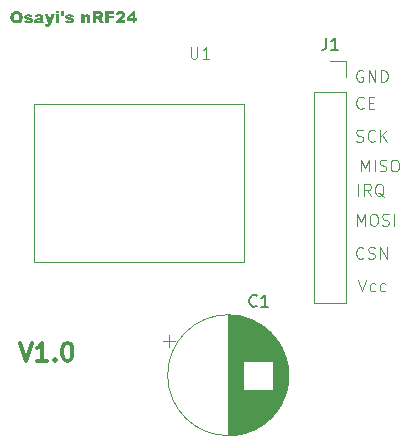
<source format=gto>
%TF.GenerationSoftware,KiCad,Pcbnew,9.0.0-rc1*%
%TF.CreationDate,2025-03-07T01:01:46+01:00*%
%TF.ProjectId,nRF24-breakout,6e524632-342d-4627-9265-616b6f75742e,rev?*%
%TF.SameCoordinates,Original*%
%TF.FileFunction,Legend,Top*%
%TF.FilePolarity,Positive*%
%FSLAX46Y46*%
G04 Gerber Fmt 4.6, Leading zero omitted, Abs format (unit mm)*
G04 Created by KiCad (PCBNEW 9.0.0-rc1) date 2025-03-07 01:01:46*
%MOMM*%
%LPD*%
G01*
G04 APERTURE LIST*
%ADD10C,0.100000*%
%ADD11C,0.300000*%
%ADD12C,0.125000*%
%ADD13C,0.150000*%
%ADD14C,0.120000*%
G04 APERTURE END LIST*
D10*
G36*
X100882335Y-64220067D02*
G01*
X100969797Y-64237367D01*
X101045104Y-64264684D01*
X101110022Y-64301439D01*
X101165919Y-64347672D01*
X101213037Y-64403210D01*
X101250256Y-64467033D01*
X101277749Y-64540360D01*
X101295069Y-64624801D01*
X101301168Y-64722280D01*
X101296965Y-64811106D01*
X101285125Y-64887459D01*
X101266604Y-64952984D01*
X101242062Y-65009143D01*
X101209134Y-65062155D01*
X101169957Y-65108539D01*
X101124202Y-65148840D01*
X101071275Y-65183349D01*
X101014907Y-65209502D01*
X100950550Y-65228985D01*
X100877004Y-65241298D01*
X100792899Y-65245631D01*
X100680800Y-65238962D01*
X100588425Y-65220472D01*
X100512508Y-65191898D01*
X100460232Y-65161504D01*
X100413042Y-65123436D01*
X100370522Y-65077132D01*
X100332501Y-65021721D01*
X100303471Y-64962775D01*
X100281903Y-64895478D01*
X100268291Y-64818537D01*
X100263609Y-64732416D01*
X100572958Y-64732416D01*
X100577369Y-64810160D01*
X100589218Y-64869946D01*
X100606858Y-64915304D01*
X100629317Y-64949181D01*
X100659701Y-64977755D01*
X100694710Y-64998103D01*
X100735262Y-65010664D01*
X100782702Y-65015066D01*
X100831701Y-65010666D01*
X100872823Y-64998221D01*
X100907590Y-64978269D01*
X100937063Y-64950525D01*
X100958277Y-64917542D01*
X100975423Y-64870769D01*
X100987233Y-64806150D01*
X100991713Y-64718860D01*
X100987353Y-64646867D01*
X100975535Y-64590515D01*
X100957713Y-64546823D01*
X100934682Y-64513330D01*
X100904044Y-64485238D01*
X100868730Y-64465177D01*
X100827811Y-64452772D01*
X100779954Y-64448422D01*
X100734357Y-64452762D01*
X100694845Y-64465228D01*
X100660206Y-64485580D01*
X100629623Y-64514368D01*
X100607072Y-64548228D01*
X100589336Y-64593741D01*
X100577406Y-64653929D01*
X100572958Y-64732416D01*
X100263609Y-64732416D01*
X100263503Y-64730462D01*
X100269662Y-64631585D01*
X100287155Y-64545876D01*
X100314925Y-64471401D01*
X100352517Y-64406537D01*
X100400095Y-64350054D01*
X100456774Y-64302631D01*
X100521765Y-64265168D01*
X100596286Y-64237500D01*
X100681937Y-64220080D01*
X100780626Y-64213949D01*
X100882335Y-64220067D01*
G37*
G36*
X101400392Y-65030697D02*
G01*
X101676325Y-65003342D01*
X101697835Y-65046210D01*
X101724136Y-65072463D01*
X101758320Y-65087591D01*
X101806140Y-65093224D01*
X101857879Y-65086702D01*
X101892847Y-65069471D01*
X101910987Y-65049229D01*
X101916782Y-65025324D01*
X101913428Y-65007216D01*
X101903423Y-64992079D01*
X101885397Y-64979101D01*
X101853540Y-64968502D01*
X101765840Y-64950586D01*
X101632414Y-64923811D01*
X101564645Y-64903935D01*
X101529290Y-64886420D01*
X101497781Y-64862363D01*
X101469696Y-64831151D01*
X101448255Y-64795400D01*
X101435458Y-64756772D01*
X101431106Y-64714342D01*
X101435890Y-64667984D01*
X101449771Y-64627170D01*
X101472749Y-64590694D01*
X101503268Y-64559624D01*
X101541138Y-64533778D01*
X101587543Y-64513147D01*
X101637030Y-64499836D01*
X101701330Y-64490843D01*
X101783609Y-64487501D01*
X101904881Y-64493429D01*
X101975218Y-64507468D01*
X102032559Y-64533311D01*
X102078349Y-64569384D01*
X102115027Y-64616827D01*
X102147042Y-64682896D01*
X101883321Y-64706343D01*
X101869211Y-64676622D01*
X101849188Y-64657067D01*
X101813857Y-64641504D01*
X101769931Y-64636001D01*
X101726704Y-64640802D01*
X101701238Y-64652670D01*
X101684931Y-64671435D01*
X101679745Y-64693093D01*
X101686315Y-64715958D01*
X101707100Y-64733148D01*
X101742573Y-64744378D01*
X101825924Y-64757634D01*
X101955315Y-64778173D01*
X102032187Y-64801170D01*
X102074830Y-64823098D01*
X102108941Y-64849610D01*
X102135685Y-64880793D01*
X102155727Y-64916631D01*
X102167594Y-64954282D01*
X102171589Y-64994488D01*
X102167513Y-65035167D01*
X102155111Y-65075545D01*
X102133670Y-65116304D01*
X102104799Y-65151860D01*
X102065599Y-65183286D01*
X102014113Y-65210582D01*
X101958498Y-65228787D01*
X101885707Y-65241062D01*
X101791791Y-65245631D01*
X101687740Y-65241083D01*
X101609074Y-65229008D01*
X101550817Y-65211402D01*
X101508653Y-65189699D01*
X101470250Y-65158774D01*
X101439736Y-65122439D01*
X101416477Y-65080084D01*
X101400392Y-65030697D01*
G37*
G36*
X102786025Y-64491461D02*
G01*
X102867925Y-64501545D01*
X102916808Y-64514661D01*
X102958588Y-64534187D01*
X102994321Y-64559980D01*
X103025213Y-64595816D01*
X103050314Y-64647175D01*
X103065899Y-64703318D01*
X103070830Y-64754825D01*
X103070830Y-65075455D01*
X103072683Y-65123976D01*
X103077302Y-65155811D01*
X103086726Y-65186404D01*
X103105696Y-65230000D01*
X102844722Y-65230000D01*
X102824206Y-65186463D01*
X102814680Y-65139446D01*
X102758354Y-65186247D01*
X102706053Y-65215284D01*
X102655998Y-65231699D01*
X102599195Y-65242014D01*
X102534595Y-65245631D01*
X102469069Y-65241254D01*
X102415766Y-65229151D01*
X102372513Y-65210440D01*
X102337552Y-65185608D01*
X102307712Y-65153284D01*
X102286979Y-65118299D01*
X102274523Y-65080015D01*
X102270263Y-65037475D01*
X102272567Y-65015982D01*
X102548944Y-65015982D01*
X102554743Y-65045507D01*
X102571842Y-65068799D01*
X102598495Y-65083677D01*
X102639131Y-65089316D01*
X102684056Y-65083751D01*
X102725532Y-65067151D01*
X102760568Y-65041671D01*
X102782257Y-65012990D01*
X102794416Y-64978081D01*
X102798988Y-64929825D01*
X102798988Y-64886106D01*
X102679431Y-64921765D01*
X102603366Y-64946729D01*
X102572147Y-64965484D01*
X102554553Y-64989643D01*
X102548944Y-65015982D01*
X102272567Y-65015982D01*
X102275961Y-64984318D01*
X102292206Y-64939664D01*
X102318745Y-64901676D01*
X102354976Y-64872380D01*
X102412178Y-64845556D01*
X102497714Y-64822541D01*
X102700619Y-64778517D01*
X102798988Y-64745422D01*
X102792855Y-64698429D01*
X102777800Y-64672515D01*
X102751478Y-64657708D01*
X102703367Y-64651632D01*
X102640067Y-64657884D01*
X102600907Y-64673492D01*
X102578108Y-64696136D01*
X102557859Y-64737606D01*
X102292123Y-64710251D01*
X102311549Y-64645504D01*
X102335476Y-64600952D01*
X102368968Y-64564670D01*
X102417114Y-64531770D01*
X102459510Y-64514002D01*
X102522322Y-64499103D01*
X102590713Y-64490505D01*
X102667158Y-64487501D01*
X102786025Y-64491461D01*
G37*
G36*
X103156803Y-64503133D02*
G01*
X103450566Y-64503133D01*
X103600165Y-64987039D01*
X103738834Y-64503133D01*
X104012752Y-64503133D01*
X103725157Y-65280985D01*
X103687866Y-65369041D01*
X103654471Y-65426378D01*
X103624712Y-65461053D01*
X103587100Y-65488076D01*
X103539401Y-65508645D01*
X103479336Y-65522092D01*
X103404099Y-65526999D01*
X103335867Y-65523679D01*
X103218292Y-65510940D01*
X103196432Y-65319148D01*
X103258726Y-65334160D01*
X103330338Y-65339420D01*
X103376040Y-65333106D01*
X103409900Y-65315668D01*
X103436212Y-65285431D01*
X103461496Y-65230671D01*
X103156803Y-64503133D01*
G37*
G36*
X104102512Y-64229581D02*
G01*
X104380521Y-64229581D01*
X104380521Y-64417159D01*
X104102512Y-64417159D01*
X104102512Y-64229581D01*
G37*
G36*
X104102512Y-64503133D02*
G01*
X104380521Y-64503133D01*
X104380521Y-65230000D01*
X104102512Y-65230000D01*
X104102512Y-64503133D01*
G37*
G36*
X104532318Y-64229581D02*
G01*
X104809656Y-64229581D01*
X104809656Y-64394506D01*
X104765936Y-64596922D01*
X104577381Y-64596922D01*
X104532318Y-64394506D01*
X104532318Y-64229581D01*
G37*
G36*
X104897950Y-65030697D02*
G01*
X105173883Y-65003342D01*
X105195393Y-65046210D01*
X105221693Y-65072463D01*
X105255878Y-65087591D01*
X105303698Y-65093224D01*
X105355437Y-65086702D01*
X105390404Y-65069471D01*
X105408545Y-65049229D01*
X105414340Y-65025324D01*
X105410985Y-65007216D01*
X105400981Y-64992079D01*
X105382955Y-64979101D01*
X105351098Y-64968502D01*
X105263398Y-64950586D01*
X105129971Y-64923811D01*
X105062203Y-64903935D01*
X105026848Y-64886420D01*
X104995339Y-64862363D01*
X104967254Y-64831151D01*
X104945813Y-64795400D01*
X104933016Y-64756772D01*
X104928663Y-64714342D01*
X104933448Y-64667984D01*
X104947328Y-64627170D01*
X104970307Y-64590694D01*
X105000826Y-64559624D01*
X105038696Y-64533778D01*
X105085101Y-64513147D01*
X105134587Y-64499836D01*
X105198888Y-64490843D01*
X105281167Y-64487501D01*
X105402439Y-64493429D01*
X105472775Y-64507468D01*
X105530117Y-64533311D01*
X105575907Y-64569384D01*
X105612585Y-64616827D01*
X105644600Y-64682896D01*
X105380879Y-64706343D01*
X105366768Y-64676622D01*
X105346746Y-64657067D01*
X105311414Y-64641504D01*
X105267489Y-64636001D01*
X105224262Y-64640802D01*
X105198796Y-64652670D01*
X105182489Y-64671435D01*
X105177302Y-64693093D01*
X105183872Y-64715958D01*
X105204658Y-64733148D01*
X105240131Y-64744378D01*
X105323482Y-64757634D01*
X105452872Y-64778173D01*
X105529745Y-64801170D01*
X105572388Y-64823098D01*
X105606499Y-64849610D01*
X105633243Y-64880793D01*
X105653284Y-64916631D01*
X105665151Y-64954282D01*
X105669146Y-64994488D01*
X105665070Y-65035167D01*
X105652669Y-65075545D01*
X105631228Y-65116304D01*
X105602356Y-65151860D01*
X105563156Y-65183286D01*
X105511671Y-65210582D01*
X105456056Y-65228787D01*
X105383265Y-65241062D01*
X105289349Y-65245631D01*
X105185297Y-65241083D01*
X105106632Y-65229008D01*
X105048375Y-65211402D01*
X105006210Y-65189699D01*
X104967808Y-65158774D01*
X104937294Y-65122439D01*
X104914035Y-65080084D01*
X104897950Y-65030697D01*
G37*
G36*
X106267969Y-64503133D02*
G01*
X106526866Y-64503133D01*
X106526866Y-64622323D01*
X106568003Y-64576295D01*
X106607045Y-64542373D01*
X106644347Y-64518642D01*
X106685129Y-64501879D01*
X106732958Y-64491265D01*
X106789183Y-64487501D01*
X106846292Y-64492230D01*
X106894415Y-64505591D01*
X106935200Y-64526901D01*
X106969862Y-64556256D01*
X106996616Y-64592126D01*
X107016963Y-64637855D01*
X107030272Y-64695709D01*
X107035136Y-64768503D01*
X107035136Y-65230000D01*
X106755722Y-65230000D01*
X106755722Y-64831273D01*
X106752259Y-64786212D01*
X106743338Y-64755274D01*
X106730443Y-64734675D01*
X106711866Y-64719265D01*
X106688641Y-64709745D01*
X106659368Y-64706343D01*
X106627460Y-64710685D01*
X106600543Y-64723269D01*
X106577363Y-64744567D01*
X106561649Y-64772231D01*
X106550424Y-64815893D01*
X106545978Y-64881831D01*
X106545978Y-65230000D01*
X106267969Y-65230000D01*
X106267969Y-64503133D01*
G37*
G36*
X107835671Y-64232903D02*
G01*
X107907085Y-64241629D01*
X107958557Y-64254127D01*
X108005884Y-64275182D01*
X108046337Y-64305288D01*
X108080800Y-64345230D01*
X108106115Y-64391568D01*
X108121779Y-64445035D01*
X108127267Y-64507285D01*
X108123067Y-64561813D01*
X108111058Y-64609286D01*
X108091730Y-64650900D01*
X108065228Y-64688453D01*
X108032862Y-64720966D01*
X107994094Y-64748780D01*
X107950161Y-64769488D01*
X107885467Y-64788347D01*
X107936497Y-64808415D01*
X107966067Y-64825472D01*
X107984255Y-64841970D01*
X108015587Y-64878351D01*
X108059002Y-64940877D01*
X108208600Y-65230000D01*
X107858845Y-65230000D01*
X107693492Y-64923963D01*
X107660891Y-64871039D01*
X107637500Y-64846782D01*
X107601998Y-64829438D01*
X107561662Y-64823579D01*
X107534368Y-64823579D01*
X107534368Y-65230000D01*
X107223508Y-65230000D01*
X107223508Y-64636001D01*
X107534368Y-64636001D01*
X107664855Y-64636001D01*
X107746798Y-64622384D01*
X107774649Y-64611488D01*
X107796990Y-64590999D01*
X107811566Y-64564001D01*
X107816468Y-64533053D01*
X107812771Y-64502191D01*
X107802441Y-64477941D01*
X107785694Y-64458742D01*
X107763306Y-64445859D01*
X107726796Y-64436528D01*
X107670289Y-64432791D01*
X107534368Y-64432791D01*
X107534368Y-64636001D01*
X107223508Y-64636001D01*
X107223508Y-64229581D01*
X107739288Y-64229581D01*
X107835671Y-64232903D01*
G37*
G36*
X108309167Y-64229581D02*
G01*
X109074258Y-64229581D01*
X109074258Y-64444515D01*
X108619966Y-64444515D01*
X108619966Y-64616461D01*
X109007946Y-64616461D01*
X109007946Y-64819672D01*
X108619966Y-64819672D01*
X108619966Y-65230000D01*
X108309167Y-65230000D01*
X108309167Y-64229581D01*
G37*
G36*
X110009952Y-65230000D02*
G01*
X109175191Y-65230000D01*
X109191099Y-65149907D01*
X109219896Y-65072849D01*
X109262264Y-64997969D01*
X109316579Y-64930125D01*
X109404186Y-64845877D01*
X109535205Y-64741758D01*
X109644589Y-64654129D01*
X109691643Y-64604494D01*
X109717940Y-64556951D01*
X109725776Y-64515528D01*
X109722004Y-64486592D01*
X109710899Y-64460967D01*
X109691948Y-64437737D01*
X109667731Y-64419938D01*
X109639745Y-64409177D01*
X109606891Y-64405436D01*
X109572786Y-64409360D01*
X109544175Y-64420586D01*
X109519818Y-64439080D01*
X109501533Y-64463879D01*
X109486005Y-64501940D01*
X109474389Y-64557843D01*
X109195708Y-64535190D01*
X109210923Y-64457317D01*
X109231303Y-64396961D01*
X109255792Y-64350908D01*
X109288462Y-64310636D01*
X109329191Y-64276864D01*
X109379073Y-64249303D01*
X109433456Y-64230993D01*
X109505483Y-64218587D01*
X109599380Y-64213949D01*
X109697669Y-64218374D01*
X109772291Y-64230142D01*
X109827869Y-64247349D01*
X109878986Y-64273966D01*
X109921451Y-64308036D01*
X109956280Y-64349993D01*
X109982269Y-64397902D01*
X109997828Y-64449250D01*
X110003114Y-64505087D01*
X109997279Y-64564471D01*
X109979674Y-64622338D01*
X109949502Y-64679659D01*
X109909272Y-64731175D01*
X109846372Y-64791420D01*
X109754474Y-64861987D01*
X109642062Y-64942892D01*
X109575505Y-65003342D01*
X110009952Y-65003342D01*
X110009952Y-65230000D01*
G37*
G36*
X110849415Y-64827487D02*
G01*
X110975078Y-64827487D01*
X110975078Y-65042421D01*
X110849415Y-65042421D01*
X110849415Y-65230000D01*
X110606882Y-65230000D01*
X110606882Y-65042421D01*
X110100017Y-65042421D01*
X110100017Y-64827487D01*
X110339131Y-64827487D01*
X110606882Y-64827487D01*
X110606882Y-64510460D01*
X110339131Y-64827487D01*
X110100017Y-64827487D01*
X110100017Y-64814359D01*
X110606882Y-64213949D01*
X110849415Y-64213949D01*
X110849415Y-64827487D01*
G37*
D11*
X101090225Y-92300828D02*
X101590225Y-93800828D01*
X101590225Y-93800828D02*
X102090225Y-92300828D01*
X103375939Y-93800828D02*
X102518796Y-93800828D01*
X102947367Y-93800828D02*
X102947367Y-92300828D01*
X102947367Y-92300828D02*
X102804510Y-92515114D01*
X102804510Y-92515114D02*
X102661653Y-92657971D01*
X102661653Y-92657971D02*
X102518796Y-92729400D01*
X104018795Y-93657971D02*
X104090224Y-93729400D01*
X104090224Y-93729400D02*
X104018795Y-93800828D01*
X104018795Y-93800828D02*
X103947367Y-93729400D01*
X103947367Y-93729400D02*
X104018795Y-93657971D01*
X104018795Y-93657971D02*
X104018795Y-93800828D01*
X105018796Y-92300828D02*
X105161653Y-92300828D01*
X105161653Y-92300828D02*
X105304510Y-92372257D01*
X105304510Y-92372257D02*
X105375939Y-92443685D01*
X105375939Y-92443685D02*
X105447367Y-92586542D01*
X105447367Y-92586542D02*
X105518796Y-92872257D01*
X105518796Y-92872257D02*
X105518796Y-93229400D01*
X105518796Y-93229400D02*
X105447367Y-93515114D01*
X105447367Y-93515114D02*
X105375939Y-93657971D01*
X105375939Y-93657971D02*
X105304510Y-93729400D01*
X105304510Y-93729400D02*
X105161653Y-93800828D01*
X105161653Y-93800828D02*
X105018796Y-93800828D01*
X105018796Y-93800828D02*
X104875939Y-93729400D01*
X104875939Y-93729400D02*
X104804510Y-93657971D01*
X104804510Y-93657971D02*
X104733081Y-93515114D01*
X104733081Y-93515114D02*
X104661653Y-93229400D01*
X104661653Y-93229400D02*
X104661653Y-92872257D01*
X104661653Y-92872257D02*
X104733081Y-92586542D01*
X104733081Y-92586542D02*
X104804510Y-92443685D01*
X104804510Y-92443685D02*
X104875939Y-92372257D01*
X104875939Y-92372257D02*
X105018796Y-92300828D01*
D12*
X129560712Y-75229500D02*
X129703569Y-75277119D01*
X129703569Y-75277119D02*
X129941664Y-75277119D01*
X129941664Y-75277119D02*
X130036902Y-75229500D01*
X130036902Y-75229500D02*
X130084521Y-75181880D01*
X130084521Y-75181880D02*
X130132140Y-75086642D01*
X130132140Y-75086642D02*
X130132140Y-74991404D01*
X130132140Y-74991404D02*
X130084521Y-74896166D01*
X130084521Y-74896166D02*
X130036902Y-74848547D01*
X130036902Y-74848547D02*
X129941664Y-74800928D01*
X129941664Y-74800928D02*
X129751188Y-74753309D01*
X129751188Y-74753309D02*
X129655950Y-74705690D01*
X129655950Y-74705690D02*
X129608331Y-74658071D01*
X129608331Y-74658071D02*
X129560712Y-74562833D01*
X129560712Y-74562833D02*
X129560712Y-74467595D01*
X129560712Y-74467595D02*
X129608331Y-74372357D01*
X129608331Y-74372357D02*
X129655950Y-74324738D01*
X129655950Y-74324738D02*
X129751188Y-74277119D01*
X129751188Y-74277119D02*
X129989283Y-74277119D01*
X129989283Y-74277119D02*
X130132140Y-74324738D01*
X131132140Y-75181880D02*
X131084521Y-75229500D01*
X131084521Y-75229500D02*
X130941664Y-75277119D01*
X130941664Y-75277119D02*
X130846426Y-75277119D01*
X130846426Y-75277119D02*
X130703569Y-75229500D01*
X130703569Y-75229500D02*
X130608331Y-75134261D01*
X130608331Y-75134261D02*
X130560712Y-75039023D01*
X130560712Y-75039023D02*
X130513093Y-74848547D01*
X130513093Y-74848547D02*
X130513093Y-74705690D01*
X130513093Y-74705690D02*
X130560712Y-74515214D01*
X130560712Y-74515214D02*
X130608331Y-74419976D01*
X130608331Y-74419976D02*
X130703569Y-74324738D01*
X130703569Y-74324738D02*
X130846426Y-74277119D01*
X130846426Y-74277119D02*
X130941664Y-74277119D01*
X130941664Y-74277119D02*
X131084521Y-74324738D01*
X131084521Y-74324738D02*
X131132140Y-74372357D01*
X131560712Y-75277119D02*
X131560712Y-74277119D01*
X132132140Y-75277119D02*
X131703569Y-74705690D01*
X132132140Y-74277119D02*
X131560712Y-74848547D01*
X129960331Y-77791119D02*
X129960331Y-76791119D01*
X129960331Y-76791119D02*
X130293664Y-77505404D01*
X130293664Y-77505404D02*
X130626997Y-76791119D01*
X130626997Y-76791119D02*
X130626997Y-77791119D01*
X131103188Y-77791119D02*
X131103188Y-76791119D01*
X131531759Y-77743500D02*
X131674616Y-77791119D01*
X131674616Y-77791119D02*
X131912711Y-77791119D01*
X131912711Y-77791119D02*
X132007949Y-77743500D01*
X132007949Y-77743500D02*
X132055568Y-77695880D01*
X132055568Y-77695880D02*
X132103187Y-77600642D01*
X132103187Y-77600642D02*
X132103187Y-77505404D01*
X132103187Y-77505404D02*
X132055568Y-77410166D01*
X132055568Y-77410166D02*
X132007949Y-77362547D01*
X132007949Y-77362547D02*
X131912711Y-77314928D01*
X131912711Y-77314928D02*
X131722235Y-77267309D01*
X131722235Y-77267309D02*
X131626997Y-77219690D01*
X131626997Y-77219690D02*
X131579378Y-77172071D01*
X131579378Y-77172071D02*
X131531759Y-77076833D01*
X131531759Y-77076833D02*
X131531759Y-76981595D01*
X131531759Y-76981595D02*
X131579378Y-76886357D01*
X131579378Y-76886357D02*
X131626997Y-76838738D01*
X131626997Y-76838738D02*
X131722235Y-76791119D01*
X131722235Y-76791119D02*
X131960330Y-76791119D01*
X131960330Y-76791119D02*
X132103187Y-76838738D01*
X132722235Y-76791119D02*
X132912711Y-76791119D01*
X132912711Y-76791119D02*
X133007949Y-76838738D01*
X133007949Y-76838738D02*
X133103187Y-76933976D01*
X133103187Y-76933976D02*
X133150806Y-77124452D01*
X133150806Y-77124452D02*
X133150806Y-77457785D01*
X133150806Y-77457785D02*
X133103187Y-77648261D01*
X133103187Y-77648261D02*
X133007949Y-77743500D01*
X133007949Y-77743500D02*
X132912711Y-77791119D01*
X132912711Y-77791119D02*
X132722235Y-77791119D01*
X132722235Y-77791119D02*
X132626997Y-77743500D01*
X132626997Y-77743500D02*
X132531759Y-77648261D01*
X132531759Y-77648261D02*
X132484140Y-77457785D01*
X132484140Y-77457785D02*
X132484140Y-77124452D01*
X132484140Y-77124452D02*
X132531759Y-76933976D01*
X132531759Y-76933976D02*
X132626997Y-76838738D01*
X132626997Y-76838738D02*
X132722235Y-76791119D01*
D10*
X130163312Y-85089180D02*
X130115693Y-85136800D01*
X130115693Y-85136800D02*
X129972836Y-85184419D01*
X129972836Y-85184419D02*
X129877598Y-85184419D01*
X129877598Y-85184419D02*
X129734741Y-85136800D01*
X129734741Y-85136800D02*
X129639503Y-85041561D01*
X129639503Y-85041561D02*
X129591884Y-84946323D01*
X129591884Y-84946323D02*
X129544265Y-84755847D01*
X129544265Y-84755847D02*
X129544265Y-84612990D01*
X129544265Y-84612990D02*
X129591884Y-84422514D01*
X129591884Y-84422514D02*
X129639503Y-84327276D01*
X129639503Y-84327276D02*
X129734741Y-84232038D01*
X129734741Y-84232038D02*
X129877598Y-84184419D01*
X129877598Y-84184419D02*
X129972836Y-84184419D01*
X129972836Y-84184419D02*
X130115693Y-84232038D01*
X130115693Y-84232038D02*
X130163312Y-84279657D01*
X130544265Y-85136800D02*
X130687122Y-85184419D01*
X130687122Y-85184419D02*
X130925217Y-85184419D01*
X130925217Y-85184419D02*
X131020455Y-85136800D01*
X131020455Y-85136800D02*
X131068074Y-85089180D01*
X131068074Y-85089180D02*
X131115693Y-84993942D01*
X131115693Y-84993942D02*
X131115693Y-84898704D01*
X131115693Y-84898704D02*
X131068074Y-84803466D01*
X131068074Y-84803466D02*
X131020455Y-84755847D01*
X131020455Y-84755847D02*
X130925217Y-84708228D01*
X130925217Y-84708228D02*
X130734741Y-84660609D01*
X130734741Y-84660609D02*
X130639503Y-84612990D01*
X130639503Y-84612990D02*
X130591884Y-84565371D01*
X130591884Y-84565371D02*
X130544265Y-84470133D01*
X130544265Y-84470133D02*
X130544265Y-84374895D01*
X130544265Y-84374895D02*
X130591884Y-84279657D01*
X130591884Y-84279657D02*
X130639503Y-84232038D01*
X130639503Y-84232038D02*
X130734741Y-84184419D01*
X130734741Y-84184419D02*
X130972836Y-84184419D01*
X130972836Y-84184419D02*
X131115693Y-84232038D01*
X131544265Y-85184419D02*
X131544265Y-84184419D01*
X131544265Y-84184419D02*
X132115693Y-85184419D01*
X132115693Y-85184419D02*
X132115693Y-84184419D01*
D12*
X130179759Y-72387880D02*
X130132140Y-72435500D01*
X130132140Y-72435500D02*
X129989283Y-72483119D01*
X129989283Y-72483119D02*
X129894045Y-72483119D01*
X129894045Y-72483119D02*
X129751188Y-72435500D01*
X129751188Y-72435500D02*
X129655950Y-72340261D01*
X129655950Y-72340261D02*
X129608331Y-72245023D01*
X129608331Y-72245023D02*
X129560712Y-72054547D01*
X129560712Y-72054547D02*
X129560712Y-71911690D01*
X129560712Y-71911690D02*
X129608331Y-71721214D01*
X129608331Y-71721214D02*
X129655950Y-71625976D01*
X129655950Y-71625976D02*
X129751188Y-71530738D01*
X129751188Y-71530738D02*
X129894045Y-71483119D01*
X129894045Y-71483119D02*
X129989283Y-71483119D01*
X129989283Y-71483119D02*
X130132140Y-71530738D01*
X130132140Y-71530738D02*
X130179759Y-71578357D01*
X130608331Y-71959309D02*
X130941664Y-71959309D01*
X131084521Y-72483119D02*
X130608331Y-72483119D01*
X130608331Y-72483119D02*
X130608331Y-71483119D01*
X130608331Y-71483119D02*
X131084521Y-71483119D01*
X129608331Y-82389119D02*
X129608331Y-81389119D01*
X129608331Y-81389119D02*
X129941664Y-82103404D01*
X129941664Y-82103404D02*
X130274997Y-81389119D01*
X130274997Y-81389119D02*
X130274997Y-82389119D01*
X130941664Y-81389119D02*
X131132140Y-81389119D01*
X131132140Y-81389119D02*
X131227378Y-81436738D01*
X131227378Y-81436738D02*
X131322616Y-81531976D01*
X131322616Y-81531976D02*
X131370235Y-81722452D01*
X131370235Y-81722452D02*
X131370235Y-82055785D01*
X131370235Y-82055785D02*
X131322616Y-82246261D01*
X131322616Y-82246261D02*
X131227378Y-82341500D01*
X131227378Y-82341500D02*
X131132140Y-82389119D01*
X131132140Y-82389119D02*
X130941664Y-82389119D01*
X130941664Y-82389119D02*
X130846426Y-82341500D01*
X130846426Y-82341500D02*
X130751188Y-82246261D01*
X130751188Y-82246261D02*
X130703569Y-82055785D01*
X130703569Y-82055785D02*
X130703569Y-81722452D01*
X130703569Y-81722452D02*
X130751188Y-81531976D01*
X130751188Y-81531976D02*
X130846426Y-81436738D01*
X130846426Y-81436738D02*
X130941664Y-81389119D01*
X131751188Y-82341500D02*
X131894045Y-82389119D01*
X131894045Y-82389119D02*
X132132140Y-82389119D01*
X132132140Y-82389119D02*
X132227378Y-82341500D01*
X132227378Y-82341500D02*
X132274997Y-82293880D01*
X132274997Y-82293880D02*
X132322616Y-82198642D01*
X132322616Y-82198642D02*
X132322616Y-82103404D01*
X132322616Y-82103404D02*
X132274997Y-82008166D01*
X132274997Y-82008166D02*
X132227378Y-81960547D01*
X132227378Y-81960547D02*
X132132140Y-81912928D01*
X132132140Y-81912928D02*
X131941664Y-81865309D01*
X131941664Y-81865309D02*
X131846426Y-81817690D01*
X131846426Y-81817690D02*
X131798807Y-81770071D01*
X131798807Y-81770071D02*
X131751188Y-81674833D01*
X131751188Y-81674833D02*
X131751188Y-81579595D01*
X131751188Y-81579595D02*
X131798807Y-81484357D01*
X131798807Y-81484357D02*
X131846426Y-81436738D01*
X131846426Y-81436738D02*
X131941664Y-81389119D01*
X131941664Y-81389119D02*
X132179759Y-81389119D01*
X132179759Y-81389119D02*
X132322616Y-81436738D01*
X132751188Y-82389119D02*
X132751188Y-81389119D01*
X129735331Y-79849119D02*
X129735331Y-78849119D01*
X130782949Y-79849119D02*
X130449616Y-79372928D01*
X130211521Y-79849119D02*
X130211521Y-78849119D01*
X130211521Y-78849119D02*
X130592473Y-78849119D01*
X130592473Y-78849119D02*
X130687711Y-78896738D01*
X130687711Y-78896738D02*
X130735330Y-78944357D01*
X130735330Y-78944357D02*
X130782949Y-79039595D01*
X130782949Y-79039595D02*
X130782949Y-79182452D01*
X130782949Y-79182452D02*
X130735330Y-79277690D01*
X130735330Y-79277690D02*
X130687711Y-79325309D01*
X130687711Y-79325309D02*
X130592473Y-79372928D01*
X130592473Y-79372928D02*
X130211521Y-79372928D01*
X131878187Y-79944357D02*
X131782949Y-79896738D01*
X131782949Y-79896738D02*
X131687711Y-79801500D01*
X131687711Y-79801500D02*
X131544854Y-79658642D01*
X131544854Y-79658642D02*
X131449616Y-79611023D01*
X131449616Y-79611023D02*
X131354378Y-79611023D01*
X131401997Y-79849119D02*
X131306759Y-79801500D01*
X131306759Y-79801500D02*
X131211521Y-79706261D01*
X131211521Y-79706261D02*
X131163902Y-79515785D01*
X131163902Y-79515785D02*
X131163902Y-79182452D01*
X131163902Y-79182452D02*
X131211521Y-78991976D01*
X131211521Y-78991976D02*
X131306759Y-78896738D01*
X131306759Y-78896738D02*
X131401997Y-78849119D01*
X131401997Y-78849119D02*
X131592473Y-78849119D01*
X131592473Y-78849119D02*
X131687711Y-78896738D01*
X131687711Y-78896738D02*
X131782949Y-78991976D01*
X131782949Y-78991976D02*
X131830568Y-79182452D01*
X131830568Y-79182452D02*
X131830568Y-79515785D01*
X131830568Y-79515785D02*
X131782949Y-79706261D01*
X131782949Y-79706261D02*
X131687711Y-79801500D01*
X131687711Y-79801500D02*
X131592473Y-79849119D01*
X131592473Y-79849119D02*
X131401997Y-79849119D01*
X129727474Y-86941119D02*
X130060807Y-87941119D01*
X130060807Y-87941119D02*
X130394140Y-86941119D01*
X131156045Y-87893500D02*
X131060807Y-87941119D01*
X131060807Y-87941119D02*
X130870331Y-87941119D01*
X130870331Y-87941119D02*
X130775093Y-87893500D01*
X130775093Y-87893500D02*
X130727474Y-87845880D01*
X130727474Y-87845880D02*
X130679855Y-87750642D01*
X130679855Y-87750642D02*
X130679855Y-87464928D01*
X130679855Y-87464928D02*
X130727474Y-87369690D01*
X130727474Y-87369690D02*
X130775093Y-87322071D01*
X130775093Y-87322071D02*
X130870331Y-87274452D01*
X130870331Y-87274452D02*
X131060807Y-87274452D01*
X131060807Y-87274452D02*
X131156045Y-87322071D01*
X132013188Y-87893500D02*
X131917950Y-87941119D01*
X131917950Y-87941119D02*
X131727474Y-87941119D01*
X131727474Y-87941119D02*
X131632236Y-87893500D01*
X131632236Y-87893500D02*
X131584617Y-87845880D01*
X131584617Y-87845880D02*
X131536998Y-87750642D01*
X131536998Y-87750642D02*
X131536998Y-87464928D01*
X131536998Y-87464928D02*
X131584617Y-87369690D01*
X131584617Y-87369690D02*
X131632236Y-87322071D01*
X131632236Y-87322071D02*
X131727474Y-87274452D01*
X131727474Y-87274452D02*
X131917950Y-87274452D01*
X131917950Y-87274452D02*
X132013188Y-87322071D01*
D10*
X130115693Y-69246038D02*
X130020455Y-69198419D01*
X130020455Y-69198419D02*
X129877598Y-69198419D01*
X129877598Y-69198419D02*
X129734741Y-69246038D01*
X129734741Y-69246038D02*
X129639503Y-69341276D01*
X129639503Y-69341276D02*
X129591884Y-69436514D01*
X129591884Y-69436514D02*
X129544265Y-69626990D01*
X129544265Y-69626990D02*
X129544265Y-69769847D01*
X129544265Y-69769847D02*
X129591884Y-69960323D01*
X129591884Y-69960323D02*
X129639503Y-70055561D01*
X129639503Y-70055561D02*
X129734741Y-70150800D01*
X129734741Y-70150800D02*
X129877598Y-70198419D01*
X129877598Y-70198419D02*
X129972836Y-70198419D01*
X129972836Y-70198419D02*
X130115693Y-70150800D01*
X130115693Y-70150800D02*
X130163312Y-70103180D01*
X130163312Y-70103180D02*
X130163312Y-69769847D01*
X130163312Y-69769847D02*
X129972836Y-69769847D01*
X130591884Y-70198419D02*
X130591884Y-69198419D01*
X130591884Y-69198419D02*
X131163312Y-70198419D01*
X131163312Y-70198419D02*
X131163312Y-69198419D01*
X131639503Y-70198419D02*
X131639503Y-69198419D01*
X131639503Y-69198419D02*
X131877598Y-69198419D01*
X131877598Y-69198419D02*
X132020455Y-69246038D01*
X132020455Y-69246038D02*
X132115693Y-69341276D01*
X132115693Y-69341276D02*
X132163312Y-69436514D01*
X132163312Y-69436514D02*
X132210931Y-69626990D01*
X132210931Y-69626990D02*
X132210931Y-69769847D01*
X132210931Y-69769847D02*
X132163312Y-69960323D01*
X132163312Y-69960323D02*
X132115693Y-70055561D01*
X132115693Y-70055561D02*
X132020455Y-70150800D01*
X132020455Y-70150800D02*
X131877598Y-70198419D01*
X131877598Y-70198419D02*
X131639503Y-70198419D01*
D13*
X121125656Y-89149580D02*
X121078037Y-89197200D01*
X121078037Y-89197200D02*
X120935180Y-89244819D01*
X120935180Y-89244819D02*
X120839942Y-89244819D01*
X120839942Y-89244819D02*
X120697085Y-89197200D01*
X120697085Y-89197200D02*
X120601847Y-89101961D01*
X120601847Y-89101961D02*
X120554228Y-89006723D01*
X120554228Y-89006723D02*
X120506609Y-88816247D01*
X120506609Y-88816247D02*
X120506609Y-88673390D01*
X120506609Y-88673390D02*
X120554228Y-88482914D01*
X120554228Y-88482914D02*
X120601847Y-88387676D01*
X120601847Y-88387676D02*
X120697085Y-88292438D01*
X120697085Y-88292438D02*
X120839942Y-88244819D01*
X120839942Y-88244819D02*
X120935180Y-88244819D01*
X120935180Y-88244819D02*
X121078037Y-88292438D01*
X121078037Y-88292438D02*
X121125656Y-88340057D01*
X122078037Y-89244819D02*
X121506609Y-89244819D01*
X121792323Y-89244819D02*
X121792323Y-88244819D01*
X121792323Y-88244819D02*
X121697085Y-88387676D01*
X121697085Y-88387676D02*
X121601847Y-88482914D01*
X121601847Y-88482914D02*
X121506609Y-88530533D01*
X127006666Y-66474819D02*
X127006666Y-67189104D01*
X127006666Y-67189104D02*
X126959047Y-67331961D01*
X126959047Y-67331961D02*
X126863809Y-67427200D01*
X126863809Y-67427200D02*
X126720952Y-67474819D01*
X126720952Y-67474819D02*
X126625714Y-67474819D01*
X128006666Y-67474819D02*
X127435238Y-67474819D01*
X127720952Y-67474819D02*
X127720952Y-66474819D01*
X127720952Y-66474819D02*
X127625714Y-66617676D01*
X127625714Y-66617676D02*
X127530476Y-66712914D01*
X127530476Y-66712914D02*
X127435238Y-66760533D01*
D10*
X115533095Y-67237419D02*
X115533095Y-68046942D01*
X115533095Y-68046942D02*
X115580714Y-68142180D01*
X115580714Y-68142180D02*
X115628333Y-68189800D01*
X115628333Y-68189800D02*
X115723571Y-68237419D01*
X115723571Y-68237419D02*
X115914047Y-68237419D01*
X115914047Y-68237419D02*
X116009285Y-68189800D01*
X116009285Y-68189800D02*
X116056904Y-68142180D01*
X116056904Y-68142180D02*
X116104523Y-68046942D01*
X116104523Y-68046942D02*
X116104523Y-67237419D01*
X117104523Y-68237419D02*
X116533095Y-68237419D01*
X116818809Y-68237419D02*
X116818809Y-67237419D01*
X116818809Y-67237419D02*
X116723571Y-67380276D01*
X116723571Y-67380276D02*
X116628333Y-67475514D01*
X116628333Y-67475514D02*
X116533095Y-67523133D01*
D14*
%TO.C,C1*%
X113222677Y-92165000D02*
X114222677Y-92165000D01*
X113722677Y-91665000D02*
X113722677Y-92665000D01*
X118702323Y-89960000D02*
X118702323Y-100120000D01*
X118742323Y-89960000D02*
X118742323Y-100120000D01*
X118782323Y-89960000D02*
X118782323Y-100120000D01*
X118822323Y-89961000D02*
X118822323Y-100119000D01*
X118862323Y-89962000D02*
X118862323Y-100118000D01*
X118902323Y-89963000D02*
X118902323Y-100117000D01*
X118942323Y-89965000D02*
X118942323Y-100115000D01*
X118982323Y-89967000D02*
X118982323Y-100113000D01*
X119022323Y-89970000D02*
X119022323Y-100110000D01*
X119062323Y-89972000D02*
X119062323Y-100108000D01*
X119102323Y-89975000D02*
X119102323Y-100105000D01*
X119142323Y-89978000D02*
X119142323Y-100102000D01*
X119182323Y-89982000D02*
X119182323Y-100098000D01*
X119222323Y-89986000D02*
X119222323Y-100094000D01*
X119262323Y-89990000D02*
X119262323Y-100090000D01*
X119302323Y-89995000D02*
X119302323Y-100085000D01*
X119342323Y-90000000D02*
X119342323Y-100080000D01*
X119382323Y-90005000D02*
X119382323Y-100075000D01*
X119423323Y-90010000D02*
X119423323Y-100070000D01*
X119463323Y-90016000D02*
X119463323Y-100064000D01*
X119503323Y-90022000D02*
X119503323Y-100058000D01*
X119543323Y-90029000D02*
X119543323Y-100051000D01*
X119583323Y-90036000D02*
X119583323Y-100044000D01*
X119623323Y-90043000D02*
X119623323Y-100037000D01*
X119663323Y-90050000D02*
X119663323Y-100030000D01*
X119703323Y-90058000D02*
X119703323Y-100022000D01*
X119743323Y-90066000D02*
X119743323Y-100014000D01*
X119783323Y-90075000D02*
X119783323Y-100005000D01*
X119823323Y-90084000D02*
X119823323Y-99996000D01*
X119863323Y-90093000D02*
X119863323Y-99987000D01*
X119903323Y-90102000D02*
X119903323Y-99978000D01*
X119943323Y-90112000D02*
X119943323Y-99968000D01*
X119983323Y-90122000D02*
X119983323Y-93799000D01*
X119983323Y-96281000D02*
X119983323Y-99958000D01*
X120023323Y-90133000D02*
X120023323Y-93799000D01*
X120023323Y-96281000D02*
X120023323Y-99947000D01*
X120063323Y-90143000D02*
X120063323Y-93799000D01*
X120063323Y-96281000D02*
X120063323Y-99937000D01*
X120103323Y-90155000D02*
X120103323Y-93799000D01*
X120103323Y-96281000D02*
X120103323Y-99925000D01*
X120143323Y-90166000D02*
X120143323Y-93799000D01*
X120143323Y-96281000D02*
X120143323Y-99914000D01*
X120183323Y-90178000D02*
X120183323Y-93799000D01*
X120183323Y-96281000D02*
X120183323Y-99902000D01*
X120223323Y-90190000D02*
X120223323Y-93799000D01*
X120223323Y-96281000D02*
X120223323Y-99890000D01*
X120263323Y-90203000D02*
X120263323Y-93799000D01*
X120263323Y-96281000D02*
X120263323Y-99877000D01*
X120303323Y-90216000D02*
X120303323Y-93799000D01*
X120303323Y-96281000D02*
X120303323Y-99864000D01*
X120343323Y-90229000D02*
X120343323Y-93799000D01*
X120343323Y-96281000D02*
X120343323Y-99851000D01*
X120383323Y-90243000D02*
X120383323Y-93799000D01*
X120383323Y-96281000D02*
X120383323Y-99837000D01*
X120423323Y-90257000D02*
X120423323Y-93799000D01*
X120423323Y-96281000D02*
X120423323Y-99823000D01*
X120463323Y-90272000D02*
X120463323Y-93799000D01*
X120463323Y-96281000D02*
X120463323Y-99808000D01*
X120503323Y-90286000D02*
X120503323Y-93799000D01*
X120503323Y-96281000D02*
X120503323Y-99794000D01*
X120543323Y-90302000D02*
X120543323Y-93799000D01*
X120543323Y-96281000D02*
X120543323Y-99778000D01*
X120583323Y-90317000D02*
X120583323Y-93799000D01*
X120583323Y-96281000D02*
X120583323Y-99763000D01*
X120623323Y-90333000D02*
X120623323Y-93799000D01*
X120623323Y-96281000D02*
X120623323Y-99747000D01*
X120663323Y-90350000D02*
X120663323Y-93799000D01*
X120663323Y-96281000D02*
X120663323Y-99730000D01*
X120703323Y-90366000D02*
X120703323Y-93799000D01*
X120703323Y-96281000D02*
X120703323Y-99714000D01*
X120743323Y-90383000D02*
X120743323Y-93799000D01*
X120743323Y-96281000D02*
X120743323Y-99697000D01*
X120783323Y-90401000D02*
X120783323Y-93799000D01*
X120783323Y-96281000D02*
X120783323Y-99679000D01*
X120823323Y-90419000D02*
X120823323Y-93799000D01*
X120823323Y-96281000D02*
X120823323Y-99661000D01*
X120863323Y-90437000D02*
X120863323Y-93799000D01*
X120863323Y-96281000D02*
X120863323Y-99643000D01*
X120903323Y-90456000D02*
X120903323Y-93799000D01*
X120903323Y-96281000D02*
X120903323Y-99624000D01*
X120943323Y-90476000D02*
X120943323Y-93799000D01*
X120943323Y-96281000D02*
X120943323Y-99604000D01*
X120983323Y-90495000D02*
X120983323Y-93799000D01*
X120983323Y-96281000D02*
X120983323Y-99585000D01*
X121023323Y-90515000D02*
X121023323Y-93799000D01*
X121023323Y-96281000D02*
X121023323Y-99565000D01*
X121063323Y-90536000D02*
X121063323Y-93799000D01*
X121063323Y-96281000D02*
X121063323Y-99544000D01*
X121103323Y-90557000D02*
X121103323Y-93799000D01*
X121103323Y-96281000D02*
X121103323Y-99523000D01*
X121143323Y-90578000D02*
X121143323Y-93799000D01*
X121143323Y-96281000D02*
X121143323Y-99502000D01*
X121183323Y-90600000D02*
X121183323Y-93799000D01*
X121183323Y-96281000D02*
X121183323Y-99480000D01*
X121223323Y-90623000D02*
X121223323Y-93799000D01*
X121223323Y-96281000D02*
X121223323Y-99457000D01*
X121263323Y-90645000D02*
X121263323Y-93799000D01*
X121263323Y-96281000D02*
X121263323Y-99435000D01*
X121303323Y-90669000D02*
X121303323Y-93799000D01*
X121303323Y-96281000D02*
X121303323Y-99411000D01*
X121343323Y-90693000D02*
X121343323Y-93799000D01*
X121343323Y-96281000D02*
X121343323Y-99387000D01*
X121383323Y-90717000D02*
X121383323Y-93799000D01*
X121383323Y-96281000D02*
X121383323Y-99363000D01*
X121423323Y-90742000D02*
X121423323Y-93799000D01*
X121423323Y-96281000D02*
X121423323Y-99338000D01*
X121463323Y-90767000D02*
X121463323Y-93799000D01*
X121463323Y-96281000D02*
X121463323Y-99313000D01*
X121503323Y-90793000D02*
X121503323Y-93799000D01*
X121503323Y-96281000D02*
X121503323Y-99287000D01*
X121543323Y-90819000D02*
X121543323Y-93799000D01*
X121543323Y-96281000D02*
X121543323Y-99261000D01*
X121583323Y-90846000D02*
X121583323Y-93799000D01*
X121583323Y-96281000D02*
X121583323Y-99234000D01*
X121623323Y-90874000D02*
X121623323Y-93799000D01*
X121623323Y-96281000D02*
X121623323Y-99206000D01*
X121663323Y-90902000D02*
X121663323Y-93799000D01*
X121663323Y-96281000D02*
X121663323Y-99178000D01*
X121703323Y-90930000D02*
X121703323Y-93799000D01*
X121703323Y-96281000D02*
X121703323Y-99150000D01*
X121743323Y-90960000D02*
X121743323Y-93799000D01*
X121743323Y-96281000D02*
X121743323Y-99120000D01*
X121783323Y-90990000D02*
X121783323Y-93799000D01*
X121783323Y-96281000D02*
X121783323Y-99090000D01*
X121823323Y-91020000D02*
X121823323Y-93799000D01*
X121823323Y-96281000D02*
X121823323Y-99060000D01*
X121863323Y-91051000D02*
X121863323Y-93799000D01*
X121863323Y-96281000D02*
X121863323Y-99029000D01*
X121903323Y-91083000D02*
X121903323Y-93799000D01*
X121903323Y-96281000D02*
X121903323Y-98997000D01*
X121943323Y-91115000D02*
X121943323Y-93799000D01*
X121943323Y-96281000D02*
X121943323Y-98965000D01*
X121983323Y-91148000D02*
X121983323Y-93799000D01*
X121983323Y-96281000D02*
X121983323Y-98932000D01*
X122023323Y-91182000D02*
X122023323Y-93799000D01*
X122023323Y-96281000D02*
X122023323Y-98898000D01*
X122063323Y-91216000D02*
X122063323Y-93799000D01*
X122063323Y-96281000D02*
X122063323Y-98864000D01*
X122103323Y-91251000D02*
X122103323Y-93799000D01*
X122103323Y-96281000D02*
X122103323Y-98829000D01*
X122143323Y-91287000D02*
X122143323Y-93799000D01*
X122143323Y-96281000D02*
X122143323Y-98793000D01*
X122183323Y-91324000D02*
X122183323Y-93799000D01*
X122183323Y-96281000D02*
X122183323Y-98756000D01*
X122223323Y-91361000D02*
X122223323Y-93799000D01*
X122223323Y-96281000D02*
X122223323Y-98719000D01*
X122263323Y-91400000D02*
X122263323Y-93799000D01*
X122263323Y-96281000D02*
X122263323Y-98680000D01*
X122303323Y-91439000D02*
X122303323Y-93799000D01*
X122303323Y-96281000D02*
X122303323Y-98641000D01*
X122343323Y-91479000D02*
X122343323Y-93799000D01*
X122343323Y-96281000D02*
X122343323Y-98601000D01*
X122383323Y-91520000D02*
X122383323Y-93799000D01*
X122383323Y-96281000D02*
X122383323Y-98560000D01*
X122423323Y-91562000D02*
X122423323Y-93799000D01*
X122423323Y-96281000D02*
X122423323Y-98518000D01*
X122463323Y-91604000D02*
X122463323Y-98476000D01*
X122503323Y-91648000D02*
X122503323Y-98432000D01*
X122543323Y-91693000D02*
X122543323Y-98387000D01*
X122583323Y-91739000D02*
X122583323Y-98341000D01*
X122623323Y-91786000D02*
X122623323Y-98294000D01*
X122663323Y-91834000D02*
X122663323Y-98246000D01*
X122703323Y-91884000D02*
X122703323Y-98196000D01*
X122743323Y-91934000D02*
X122743323Y-98146000D01*
X122783323Y-91986000D02*
X122783323Y-98094000D01*
X122823323Y-92040000D02*
X122823323Y-98040000D01*
X122863323Y-92095000D02*
X122863323Y-97985000D01*
X122903323Y-92151000D02*
X122903323Y-97929000D01*
X122943323Y-92210000D02*
X122943323Y-97870000D01*
X122983323Y-92270000D02*
X122983323Y-97810000D01*
X123023323Y-92331000D02*
X123023323Y-97749000D01*
X123063323Y-92395000D02*
X123063323Y-97685000D01*
X123103323Y-92461000D02*
X123103323Y-97619000D01*
X123143323Y-92530000D02*
X123143323Y-97550000D01*
X123183323Y-92601000D02*
X123183323Y-97479000D01*
X123223323Y-92675000D02*
X123223323Y-97405000D01*
X123263323Y-92751000D02*
X123263323Y-97329000D01*
X123303323Y-92831000D02*
X123303323Y-97249000D01*
X123343323Y-92915000D02*
X123343323Y-97165000D01*
X123383323Y-93003000D02*
X123383323Y-97077000D01*
X123423323Y-93096000D02*
X123423323Y-96984000D01*
X123463323Y-93194000D02*
X123463323Y-96886000D01*
X123503323Y-93298000D02*
X123503323Y-96782000D01*
X123543323Y-93410000D02*
X123543323Y-96670000D01*
X123583323Y-93530000D02*
X123583323Y-96550000D01*
X123623323Y-93662000D02*
X123623323Y-96418000D01*
X123663323Y-93810000D02*
X123663323Y-96270000D01*
X123703323Y-93978000D02*
X123703323Y-96102000D01*
X123743323Y-94178000D02*
X123743323Y-95902000D01*
X123783323Y-94441000D02*
X123783323Y-95639000D01*
X123822323Y-95040000D02*
G75*
G02*
X113582323Y-95040000I-5120000J0D01*
G01*
X113582323Y-95040000D02*
G75*
G02*
X123822323Y-95040000I5120000J0D01*
G01*
%TO.C,J1*%
X126010000Y-71060000D02*
X126010000Y-88900000D01*
X126010000Y-71060000D02*
X128670000Y-71060000D01*
X126010000Y-88900000D02*
X128670000Y-88900000D01*
X127340000Y-68460000D02*
X128670000Y-68460000D01*
X128670000Y-68460000D02*
X128670000Y-69790000D01*
X128670000Y-71060000D02*
X128670000Y-88900000D01*
%TO.C,U1*%
D10*
X102225000Y-72102500D02*
X120005000Y-72102500D01*
X120005000Y-85437500D01*
X102225000Y-85437500D01*
X102225000Y-72102500D01*
%TD*%
M02*

</source>
